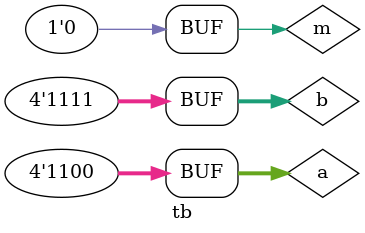
<source format=v>
module tb();
  reg [3:0]a,b;
  //reg cin=0;
  reg m=1'b0;
  wire [3:0]s;
  wire c;
 // wire [3:0]out;
  
  top n1(a,b,m,s,c);
  initial
    begin
      #1;a=4'b1100;
      b=4'b1111;
    //  m=1'b0;
    end
  initial
    begin
      $monitor("a=%04b,b=%04b,s=%04b,c=%0b",a,b,s,c);
    end
endmodule

</source>
